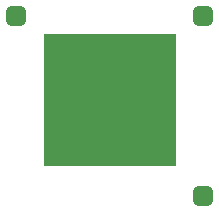
<source format=gts>
%FSLAX25Y25*%
%MOIN*%
G70*
G01*
G75*
G04 Layer_Color=8388736*
%ADD10R,0.43307X0.43307*%
G04:AMPARAMS|DCode=11|XSize=59.06mil|YSize=59.06mil|CornerRadius=14.76mil|HoleSize=0mil|Usage=FLASHONLY|Rotation=270.000|XOffset=0mil|YOffset=0mil|HoleType=Round|Shape=RoundedRectangle|*
%AMROUNDEDRECTD11*
21,1,0.05906,0.02953,0,0,270.0*
21,1,0.02953,0.05906,0,0,270.0*
1,1,0.02953,-0.01476,-0.01476*
1,1,0.02953,-0.01476,0.01476*
1,1,0.02953,0.01476,0.01476*
1,1,0.02953,0.01476,-0.01476*
%
%ADD11ROUNDEDRECTD11*%
%ADD12C,0.01000*%
%ADD13R,0.44107X0.44107*%
G04:AMPARAMS|DCode=14|XSize=67.06mil|YSize=67.06mil|CornerRadius=18.76mil|HoleSize=0mil|Usage=FLASHONLY|Rotation=270.000|XOffset=0mil|YOffset=0mil|HoleType=Round|Shape=RoundedRectangle|*
%AMROUNDEDRECTD14*
21,1,0.06706,0.02953,0,0,270.0*
21,1,0.02953,0.06706,0,0,270.0*
1,1,0.03753,-0.01476,-0.01476*
1,1,0.03753,-0.01476,0.01476*
1,1,0.03753,0.01476,0.01476*
1,1,0.03753,0.01476,-0.01476*
%
%ADD14ROUNDEDRECTD14*%
D13*
X74016Y72835D02*
D03*
D14*
X42913Y100984D02*
D03*
X105118D02*
D03*
Y40945D02*
D03*
M02*

</source>
